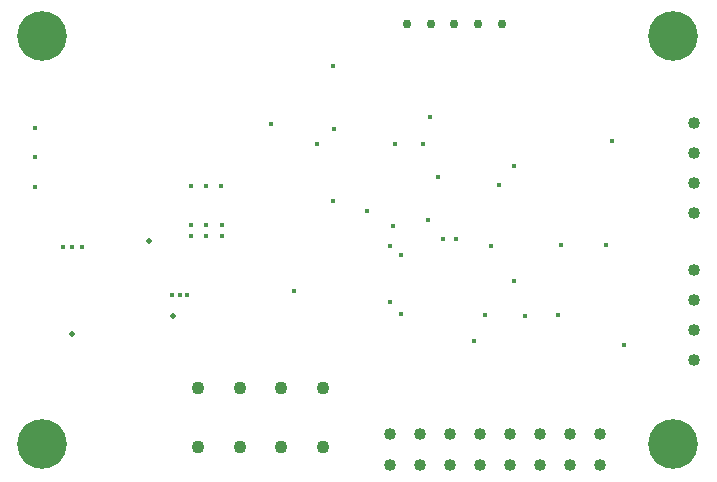
<source format=gbr>
%FSTAX23Y23*%
%MOIN*%
%SFA1B1*%

%IPPOS*%
%ADD75C,0.040000*%
%ADD76C,0.030000*%
%ADD77C,0.043307*%
%ADD78C,0.040000*%
%ADD79C,0.165354*%
%ADD80C,0.019685*%
%ADD81C,0.015748*%
%LNpcb1_pth_drill-1*%
%LPD*%
G54D75*
X01504Y00073D03*
X01604D03*
X01704D03*
X01904D03*
X02004D03*
X01804D03*
X01404D03*
X01304D03*
X01504Y00174D03*
X01604D03*
X01704D03*
X01904D03*
X02004D03*
X01804D03*
X01404D03*
X01304D03*
G54D76*
X01361Y01541D03*
X0144D03*
X01518D03*
X01597D03*
X01676D03*
G54D77*
X00941Y00131D03*
X00803D03*
X00665D03*
Y00328D03*
X00803D03*
X00941D03*
X01079D03*
Y00131D03*
G54D78*
X02316Y00522D03*
Y00722D03*
Y00622D03*
Y00422D03*
X02318Y01113D03*
Y00913D03*
Y01013D03*
Y01213D03*
G54D79*
X00143Y00143D03*
Y015D03*
X02248Y00143D03*
Y015D03*
G54D80*
X00501Y00819D03*
X0058Y00568D03*
X00245Y00508D03*
G54D81*
X01621Y0057D03*
X01304Y00801D03*
Y00614D03*
X01341Y00576D03*
Y0077D03*
X01754Y00569D03*
X02045Y0115D03*
X01115Y01401D03*
X00906Y01208D03*
X01462Y01033D03*
X01118Y01193D03*
X01061Y01141D03*
X00578Y00638D03*
X00627D03*
X01524Y00824D03*
X01479Y00824D03*
X0164Y008D03*
X01718Y00686D03*
X0069Y00835D03*
X0064D03*
X00742D03*
X0069Y0087D03*
X0064D03*
X00742D03*
X00741Y01001D03*
X00639D03*
X00689D03*
X00277Y00798D03*
X00213D03*
X00983Y00651D03*
X0012Y00998D03*
Y01097D03*
Y01194D03*
X01112Y0095D03*
X01412Y0114D03*
X01431Y00887D03*
X02024Y00806D03*
X01873D03*
X01321Y01141D03*
X01227Y00919D03*
X01314Y00867D03*
X01438Y01233D03*
X00602Y00638D03*
X01667Y01005D03*
X02085Y00472D03*
X01718Y01068D03*
X00245Y00798D03*
X01862Y0057D03*
X01582Y00484D03*
M02*
</source>
